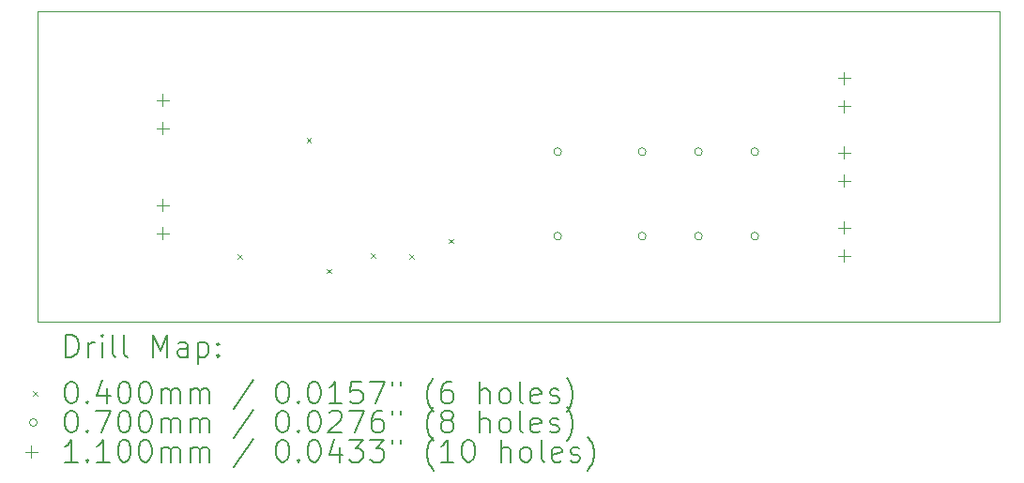
<source format=gbr>
%TF.GenerationSoftware,KiCad,Pcbnew,7.0.6-0*%
%TF.CreationDate,2023-08-27T09:50:55-04:00*%
%TF.ProjectId,edge triggered monostable,65646765-2074-4726-9967-676572656420,1.0*%
%TF.SameCoordinates,Original*%
%TF.FileFunction,Drillmap*%
%TF.FilePolarity,Positive*%
%FSLAX45Y45*%
G04 Gerber Fmt 4.5, Leading zero omitted, Abs format (unit mm)*
G04 Created by KiCad (PCBNEW 7.0.6-0) date 2023-08-27 09:50:55*
%MOMM*%
%LPD*%
G01*
G04 APERTURE LIST*
%ADD10C,0.100000*%
%ADD11C,0.200000*%
%ADD12C,0.040000*%
%ADD13C,0.070000*%
%ADD14C,0.110000*%
G04 APERTURE END LIST*
D10*
X8075000Y-11450000D02*
X8250000Y-11450000D01*
X8075000Y-8650000D02*
X8075000Y-11450000D01*
X8250000Y-8650000D02*
X8075000Y-8650000D01*
X16750000Y-8650000D02*
X16450000Y-8650000D01*
X16750000Y-11450000D02*
X16750000Y-8650000D01*
X16450000Y-11450000D02*
X16750000Y-11450000D01*
X16450000Y-11450000D02*
X8250000Y-11450000D01*
X8250000Y-8650000D02*
X16450000Y-8650000D01*
D11*
D12*
X9880000Y-10840000D02*
X9920000Y-10880000D01*
X9920000Y-10840000D02*
X9880000Y-10880000D01*
X10500000Y-9790000D02*
X10540000Y-9830000D01*
X10540000Y-9790000D02*
X10500000Y-9830000D01*
X10680000Y-10970000D02*
X10720000Y-11010000D01*
X10720000Y-10970000D02*
X10680000Y-11010000D01*
X11080000Y-10830000D02*
X11120000Y-10870000D01*
X11120000Y-10830000D02*
X11080000Y-10870000D01*
X11430000Y-10840000D02*
X11470000Y-10880000D01*
X11470000Y-10840000D02*
X11430000Y-10880000D01*
X11780000Y-10700000D02*
X11820000Y-10740000D01*
X11820000Y-10700000D02*
X11780000Y-10740000D01*
D13*
X12799250Y-9914250D02*
G75*
G03*
X12799250Y-9914250I-35000J0D01*
G01*
X12799250Y-10676250D02*
G75*
G03*
X12799250Y-10676250I-35000J0D01*
G01*
X13561250Y-9914250D02*
G75*
G03*
X13561250Y-9914250I-35000J0D01*
G01*
X13561250Y-10676250D02*
G75*
G03*
X13561250Y-10676250I-35000J0D01*
G01*
X14069250Y-9914250D02*
G75*
G03*
X14069250Y-9914250I-35000J0D01*
G01*
X14069250Y-10676250D02*
G75*
G03*
X14069250Y-10676250I-35000J0D01*
G01*
X14577250Y-9914250D02*
G75*
G03*
X14577250Y-9914250I-35000J0D01*
G01*
X14577250Y-10676250D02*
G75*
G03*
X14577250Y-10676250I-35000J0D01*
G01*
D14*
X9200000Y-9391000D02*
X9200000Y-9501000D01*
X9145000Y-9446000D02*
X9255000Y-9446000D01*
X9200000Y-9645000D02*
X9200000Y-9755000D01*
X9145000Y-9700000D02*
X9255000Y-9700000D01*
X9200000Y-10341000D02*
X9200000Y-10451000D01*
X9145000Y-10396000D02*
X9255000Y-10396000D01*
X9200000Y-10595000D02*
X9200000Y-10705000D01*
X9145000Y-10650000D02*
X9255000Y-10650000D01*
X15350000Y-9193000D02*
X15350000Y-9303000D01*
X15295000Y-9248000D02*
X15405000Y-9248000D01*
X15350000Y-9447000D02*
X15350000Y-9557000D01*
X15295000Y-9502000D02*
X15405000Y-9502000D01*
X15350000Y-9868000D02*
X15350000Y-9978000D01*
X15295000Y-9923000D02*
X15405000Y-9923000D01*
X15350000Y-10122000D02*
X15350000Y-10232000D01*
X15295000Y-10177000D02*
X15405000Y-10177000D01*
X15350000Y-10543000D02*
X15350000Y-10653000D01*
X15295000Y-10598000D02*
X15405000Y-10598000D01*
X15350000Y-10797000D02*
X15350000Y-10907000D01*
X15295000Y-10852000D02*
X15405000Y-10852000D01*
D11*
X8330777Y-11766484D02*
X8330777Y-11566484D01*
X8330777Y-11566484D02*
X8378396Y-11566484D01*
X8378396Y-11566484D02*
X8406967Y-11576008D01*
X8406967Y-11576008D02*
X8426015Y-11595055D01*
X8426015Y-11595055D02*
X8435539Y-11614103D01*
X8435539Y-11614103D02*
X8445063Y-11652198D01*
X8445063Y-11652198D02*
X8445063Y-11680769D01*
X8445063Y-11680769D02*
X8435539Y-11718865D01*
X8435539Y-11718865D02*
X8426015Y-11737912D01*
X8426015Y-11737912D02*
X8406967Y-11756960D01*
X8406967Y-11756960D02*
X8378396Y-11766484D01*
X8378396Y-11766484D02*
X8330777Y-11766484D01*
X8530777Y-11766484D02*
X8530777Y-11633150D01*
X8530777Y-11671246D02*
X8540301Y-11652198D01*
X8540301Y-11652198D02*
X8549824Y-11642674D01*
X8549824Y-11642674D02*
X8568872Y-11633150D01*
X8568872Y-11633150D02*
X8587920Y-11633150D01*
X8654586Y-11766484D02*
X8654586Y-11633150D01*
X8654586Y-11566484D02*
X8645063Y-11576008D01*
X8645063Y-11576008D02*
X8654586Y-11585531D01*
X8654586Y-11585531D02*
X8664110Y-11576008D01*
X8664110Y-11576008D02*
X8654586Y-11566484D01*
X8654586Y-11566484D02*
X8654586Y-11585531D01*
X8778396Y-11766484D02*
X8759348Y-11756960D01*
X8759348Y-11756960D02*
X8749824Y-11737912D01*
X8749824Y-11737912D02*
X8749824Y-11566484D01*
X8883158Y-11766484D02*
X8864110Y-11756960D01*
X8864110Y-11756960D02*
X8854586Y-11737912D01*
X8854586Y-11737912D02*
X8854586Y-11566484D01*
X9111729Y-11766484D02*
X9111729Y-11566484D01*
X9111729Y-11566484D02*
X9178396Y-11709341D01*
X9178396Y-11709341D02*
X9245063Y-11566484D01*
X9245063Y-11566484D02*
X9245063Y-11766484D01*
X9426015Y-11766484D02*
X9426015Y-11661722D01*
X9426015Y-11661722D02*
X9416491Y-11642674D01*
X9416491Y-11642674D02*
X9397444Y-11633150D01*
X9397444Y-11633150D02*
X9359348Y-11633150D01*
X9359348Y-11633150D02*
X9340301Y-11642674D01*
X9426015Y-11756960D02*
X9406967Y-11766484D01*
X9406967Y-11766484D02*
X9359348Y-11766484D01*
X9359348Y-11766484D02*
X9340301Y-11756960D01*
X9340301Y-11756960D02*
X9330777Y-11737912D01*
X9330777Y-11737912D02*
X9330777Y-11718865D01*
X9330777Y-11718865D02*
X9340301Y-11699817D01*
X9340301Y-11699817D02*
X9359348Y-11690293D01*
X9359348Y-11690293D02*
X9406967Y-11690293D01*
X9406967Y-11690293D02*
X9426015Y-11680769D01*
X9521253Y-11633150D02*
X9521253Y-11833150D01*
X9521253Y-11642674D02*
X9540301Y-11633150D01*
X9540301Y-11633150D02*
X9578396Y-11633150D01*
X9578396Y-11633150D02*
X9597444Y-11642674D01*
X9597444Y-11642674D02*
X9606967Y-11652198D01*
X9606967Y-11652198D02*
X9616491Y-11671246D01*
X9616491Y-11671246D02*
X9616491Y-11728388D01*
X9616491Y-11728388D02*
X9606967Y-11747436D01*
X9606967Y-11747436D02*
X9597444Y-11756960D01*
X9597444Y-11756960D02*
X9578396Y-11766484D01*
X9578396Y-11766484D02*
X9540301Y-11766484D01*
X9540301Y-11766484D02*
X9521253Y-11756960D01*
X9702205Y-11747436D02*
X9711729Y-11756960D01*
X9711729Y-11756960D02*
X9702205Y-11766484D01*
X9702205Y-11766484D02*
X9692682Y-11756960D01*
X9692682Y-11756960D02*
X9702205Y-11747436D01*
X9702205Y-11747436D02*
X9702205Y-11766484D01*
X9702205Y-11642674D02*
X9711729Y-11652198D01*
X9711729Y-11652198D02*
X9702205Y-11661722D01*
X9702205Y-11661722D02*
X9692682Y-11652198D01*
X9692682Y-11652198D02*
X9702205Y-11642674D01*
X9702205Y-11642674D02*
X9702205Y-11661722D01*
D12*
X8030000Y-12075000D02*
X8070000Y-12115000D01*
X8070000Y-12075000D02*
X8030000Y-12115000D01*
D11*
X8368872Y-11986484D02*
X8387920Y-11986484D01*
X8387920Y-11986484D02*
X8406967Y-11996008D01*
X8406967Y-11996008D02*
X8416491Y-12005531D01*
X8416491Y-12005531D02*
X8426015Y-12024579D01*
X8426015Y-12024579D02*
X8435539Y-12062674D01*
X8435539Y-12062674D02*
X8435539Y-12110293D01*
X8435539Y-12110293D02*
X8426015Y-12148388D01*
X8426015Y-12148388D02*
X8416491Y-12167436D01*
X8416491Y-12167436D02*
X8406967Y-12176960D01*
X8406967Y-12176960D02*
X8387920Y-12186484D01*
X8387920Y-12186484D02*
X8368872Y-12186484D01*
X8368872Y-12186484D02*
X8349824Y-12176960D01*
X8349824Y-12176960D02*
X8340301Y-12167436D01*
X8340301Y-12167436D02*
X8330777Y-12148388D01*
X8330777Y-12148388D02*
X8321253Y-12110293D01*
X8321253Y-12110293D02*
X8321253Y-12062674D01*
X8321253Y-12062674D02*
X8330777Y-12024579D01*
X8330777Y-12024579D02*
X8340301Y-12005531D01*
X8340301Y-12005531D02*
X8349824Y-11996008D01*
X8349824Y-11996008D02*
X8368872Y-11986484D01*
X8521253Y-12167436D02*
X8530777Y-12176960D01*
X8530777Y-12176960D02*
X8521253Y-12186484D01*
X8521253Y-12186484D02*
X8511729Y-12176960D01*
X8511729Y-12176960D02*
X8521253Y-12167436D01*
X8521253Y-12167436D02*
X8521253Y-12186484D01*
X8702205Y-12053150D02*
X8702205Y-12186484D01*
X8654586Y-11976960D02*
X8606967Y-12119817D01*
X8606967Y-12119817D02*
X8730777Y-12119817D01*
X8845063Y-11986484D02*
X8864110Y-11986484D01*
X8864110Y-11986484D02*
X8883158Y-11996008D01*
X8883158Y-11996008D02*
X8892682Y-12005531D01*
X8892682Y-12005531D02*
X8902205Y-12024579D01*
X8902205Y-12024579D02*
X8911729Y-12062674D01*
X8911729Y-12062674D02*
X8911729Y-12110293D01*
X8911729Y-12110293D02*
X8902205Y-12148388D01*
X8902205Y-12148388D02*
X8892682Y-12167436D01*
X8892682Y-12167436D02*
X8883158Y-12176960D01*
X8883158Y-12176960D02*
X8864110Y-12186484D01*
X8864110Y-12186484D02*
X8845063Y-12186484D01*
X8845063Y-12186484D02*
X8826015Y-12176960D01*
X8826015Y-12176960D02*
X8816491Y-12167436D01*
X8816491Y-12167436D02*
X8806967Y-12148388D01*
X8806967Y-12148388D02*
X8797444Y-12110293D01*
X8797444Y-12110293D02*
X8797444Y-12062674D01*
X8797444Y-12062674D02*
X8806967Y-12024579D01*
X8806967Y-12024579D02*
X8816491Y-12005531D01*
X8816491Y-12005531D02*
X8826015Y-11996008D01*
X8826015Y-11996008D02*
X8845063Y-11986484D01*
X9035539Y-11986484D02*
X9054586Y-11986484D01*
X9054586Y-11986484D02*
X9073634Y-11996008D01*
X9073634Y-11996008D02*
X9083158Y-12005531D01*
X9083158Y-12005531D02*
X9092682Y-12024579D01*
X9092682Y-12024579D02*
X9102205Y-12062674D01*
X9102205Y-12062674D02*
X9102205Y-12110293D01*
X9102205Y-12110293D02*
X9092682Y-12148388D01*
X9092682Y-12148388D02*
X9083158Y-12167436D01*
X9083158Y-12167436D02*
X9073634Y-12176960D01*
X9073634Y-12176960D02*
X9054586Y-12186484D01*
X9054586Y-12186484D02*
X9035539Y-12186484D01*
X9035539Y-12186484D02*
X9016491Y-12176960D01*
X9016491Y-12176960D02*
X9006967Y-12167436D01*
X9006967Y-12167436D02*
X8997444Y-12148388D01*
X8997444Y-12148388D02*
X8987920Y-12110293D01*
X8987920Y-12110293D02*
X8987920Y-12062674D01*
X8987920Y-12062674D02*
X8997444Y-12024579D01*
X8997444Y-12024579D02*
X9006967Y-12005531D01*
X9006967Y-12005531D02*
X9016491Y-11996008D01*
X9016491Y-11996008D02*
X9035539Y-11986484D01*
X9187920Y-12186484D02*
X9187920Y-12053150D01*
X9187920Y-12072198D02*
X9197444Y-12062674D01*
X9197444Y-12062674D02*
X9216491Y-12053150D01*
X9216491Y-12053150D02*
X9245063Y-12053150D01*
X9245063Y-12053150D02*
X9264110Y-12062674D01*
X9264110Y-12062674D02*
X9273634Y-12081722D01*
X9273634Y-12081722D02*
X9273634Y-12186484D01*
X9273634Y-12081722D02*
X9283158Y-12062674D01*
X9283158Y-12062674D02*
X9302205Y-12053150D01*
X9302205Y-12053150D02*
X9330777Y-12053150D01*
X9330777Y-12053150D02*
X9349825Y-12062674D01*
X9349825Y-12062674D02*
X9359348Y-12081722D01*
X9359348Y-12081722D02*
X9359348Y-12186484D01*
X9454586Y-12186484D02*
X9454586Y-12053150D01*
X9454586Y-12072198D02*
X9464110Y-12062674D01*
X9464110Y-12062674D02*
X9483158Y-12053150D01*
X9483158Y-12053150D02*
X9511729Y-12053150D01*
X9511729Y-12053150D02*
X9530777Y-12062674D01*
X9530777Y-12062674D02*
X9540301Y-12081722D01*
X9540301Y-12081722D02*
X9540301Y-12186484D01*
X9540301Y-12081722D02*
X9549825Y-12062674D01*
X9549825Y-12062674D02*
X9568872Y-12053150D01*
X9568872Y-12053150D02*
X9597444Y-12053150D01*
X9597444Y-12053150D02*
X9616491Y-12062674D01*
X9616491Y-12062674D02*
X9626015Y-12081722D01*
X9626015Y-12081722D02*
X9626015Y-12186484D01*
X10016491Y-11976960D02*
X9845063Y-12234103D01*
X10273634Y-11986484D02*
X10292682Y-11986484D01*
X10292682Y-11986484D02*
X10311729Y-11996008D01*
X10311729Y-11996008D02*
X10321253Y-12005531D01*
X10321253Y-12005531D02*
X10330777Y-12024579D01*
X10330777Y-12024579D02*
X10340301Y-12062674D01*
X10340301Y-12062674D02*
X10340301Y-12110293D01*
X10340301Y-12110293D02*
X10330777Y-12148388D01*
X10330777Y-12148388D02*
X10321253Y-12167436D01*
X10321253Y-12167436D02*
X10311729Y-12176960D01*
X10311729Y-12176960D02*
X10292682Y-12186484D01*
X10292682Y-12186484D02*
X10273634Y-12186484D01*
X10273634Y-12186484D02*
X10254587Y-12176960D01*
X10254587Y-12176960D02*
X10245063Y-12167436D01*
X10245063Y-12167436D02*
X10235539Y-12148388D01*
X10235539Y-12148388D02*
X10226015Y-12110293D01*
X10226015Y-12110293D02*
X10226015Y-12062674D01*
X10226015Y-12062674D02*
X10235539Y-12024579D01*
X10235539Y-12024579D02*
X10245063Y-12005531D01*
X10245063Y-12005531D02*
X10254587Y-11996008D01*
X10254587Y-11996008D02*
X10273634Y-11986484D01*
X10426015Y-12167436D02*
X10435539Y-12176960D01*
X10435539Y-12176960D02*
X10426015Y-12186484D01*
X10426015Y-12186484D02*
X10416491Y-12176960D01*
X10416491Y-12176960D02*
X10426015Y-12167436D01*
X10426015Y-12167436D02*
X10426015Y-12186484D01*
X10559348Y-11986484D02*
X10578396Y-11986484D01*
X10578396Y-11986484D02*
X10597444Y-11996008D01*
X10597444Y-11996008D02*
X10606968Y-12005531D01*
X10606968Y-12005531D02*
X10616491Y-12024579D01*
X10616491Y-12024579D02*
X10626015Y-12062674D01*
X10626015Y-12062674D02*
X10626015Y-12110293D01*
X10626015Y-12110293D02*
X10616491Y-12148388D01*
X10616491Y-12148388D02*
X10606968Y-12167436D01*
X10606968Y-12167436D02*
X10597444Y-12176960D01*
X10597444Y-12176960D02*
X10578396Y-12186484D01*
X10578396Y-12186484D02*
X10559348Y-12186484D01*
X10559348Y-12186484D02*
X10540301Y-12176960D01*
X10540301Y-12176960D02*
X10530777Y-12167436D01*
X10530777Y-12167436D02*
X10521253Y-12148388D01*
X10521253Y-12148388D02*
X10511729Y-12110293D01*
X10511729Y-12110293D02*
X10511729Y-12062674D01*
X10511729Y-12062674D02*
X10521253Y-12024579D01*
X10521253Y-12024579D02*
X10530777Y-12005531D01*
X10530777Y-12005531D02*
X10540301Y-11996008D01*
X10540301Y-11996008D02*
X10559348Y-11986484D01*
X10816491Y-12186484D02*
X10702206Y-12186484D01*
X10759348Y-12186484D02*
X10759348Y-11986484D01*
X10759348Y-11986484D02*
X10740301Y-12015055D01*
X10740301Y-12015055D02*
X10721253Y-12034103D01*
X10721253Y-12034103D02*
X10702206Y-12043627D01*
X10997444Y-11986484D02*
X10902206Y-11986484D01*
X10902206Y-11986484D02*
X10892682Y-12081722D01*
X10892682Y-12081722D02*
X10902206Y-12072198D01*
X10902206Y-12072198D02*
X10921253Y-12062674D01*
X10921253Y-12062674D02*
X10968872Y-12062674D01*
X10968872Y-12062674D02*
X10987920Y-12072198D01*
X10987920Y-12072198D02*
X10997444Y-12081722D01*
X10997444Y-12081722D02*
X11006968Y-12100769D01*
X11006968Y-12100769D02*
X11006968Y-12148388D01*
X11006968Y-12148388D02*
X10997444Y-12167436D01*
X10997444Y-12167436D02*
X10987920Y-12176960D01*
X10987920Y-12176960D02*
X10968872Y-12186484D01*
X10968872Y-12186484D02*
X10921253Y-12186484D01*
X10921253Y-12186484D02*
X10902206Y-12176960D01*
X10902206Y-12176960D02*
X10892682Y-12167436D01*
X11073634Y-11986484D02*
X11206967Y-11986484D01*
X11206967Y-11986484D02*
X11121253Y-12186484D01*
X11273634Y-11986484D02*
X11273634Y-12024579D01*
X11349825Y-11986484D02*
X11349825Y-12024579D01*
X11645063Y-12262674D02*
X11635539Y-12253150D01*
X11635539Y-12253150D02*
X11616491Y-12224579D01*
X11616491Y-12224579D02*
X11606968Y-12205531D01*
X11606968Y-12205531D02*
X11597444Y-12176960D01*
X11597444Y-12176960D02*
X11587920Y-12129341D01*
X11587920Y-12129341D02*
X11587920Y-12091246D01*
X11587920Y-12091246D02*
X11597444Y-12043627D01*
X11597444Y-12043627D02*
X11606968Y-12015055D01*
X11606968Y-12015055D02*
X11616491Y-11996008D01*
X11616491Y-11996008D02*
X11635539Y-11967436D01*
X11635539Y-11967436D02*
X11645063Y-11957912D01*
X11806968Y-11986484D02*
X11768872Y-11986484D01*
X11768872Y-11986484D02*
X11749825Y-11996008D01*
X11749825Y-11996008D02*
X11740301Y-12005531D01*
X11740301Y-12005531D02*
X11721253Y-12034103D01*
X11721253Y-12034103D02*
X11711729Y-12072198D01*
X11711729Y-12072198D02*
X11711729Y-12148388D01*
X11711729Y-12148388D02*
X11721253Y-12167436D01*
X11721253Y-12167436D02*
X11730777Y-12176960D01*
X11730777Y-12176960D02*
X11749825Y-12186484D01*
X11749825Y-12186484D02*
X11787920Y-12186484D01*
X11787920Y-12186484D02*
X11806968Y-12176960D01*
X11806968Y-12176960D02*
X11816491Y-12167436D01*
X11816491Y-12167436D02*
X11826015Y-12148388D01*
X11826015Y-12148388D02*
X11826015Y-12100769D01*
X11826015Y-12100769D02*
X11816491Y-12081722D01*
X11816491Y-12081722D02*
X11806968Y-12072198D01*
X11806968Y-12072198D02*
X11787920Y-12062674D01*
X11787920Y-12062674D02*
X11749825Y-12062674D01*
X11749825Y-12062674D02*
X11730777Y-12072198D01*
X11730777Y-12072198D02*
X11721253Y-12081722D01*
X11721253Y-12081722D02*
X11711729Y-12100769D01*
X12064110Y-12186484D02*
X12064110Y-11986484D01*
X12149825Y-12186484D02*
X12149825Y-12081722D01*
X12149825Y-12081722D02*
X12140301Y-12062674D01*
X12140301Y-12062674D02*
X12121253Y-12053150D01*
X12121253Y-12053150D02*
X12092682Y-12053150D01*
X12092682Y-12053150D02*
X12073634Y-12062674D01*
X12073634Y-12062674D02*
X12064110Y-12072198D01*
X12273634Y-12186484D02*
X12254587Y-12176960D01*
X12254587Y-12176960D02*
X12245063Y-12167436D01*
X12245063Y-12167436D02*
X12235539Y-12148388D01*
X12235539Y-12148388D02*
X12235539Y-12091246D01*
X12235539Y-12091246D02*
X12245063Y-12072198D01*
X12245063Y-12072198D02*
X12254587Y-12062674D01*
X12254587Y-12062674D02*
X12273634Y-12053150D01*
X12273634Y-12053150D02*
X12302206Y-12053150D01*
X12302206Y-12053150D02*
X12321253Y-12062674D01*
X12321253Y-12062674D02*
X12330777Y-12072198D01*
X12330777Y-12072198D02*
X12340301Y-12091246D01*
X12340301Y-12091246D02*
X12340301Y-12148388D01*
X12340301Y-12148388D02*
X12330777Y-12167436D01*
X12330777Y-12167436D02*
X12321253Y-12176960D01*
X12321253Y-12176960D02*
X12302206Y-12186484D01*
X12302206Y-12186484D02*
X12273634Y-12186484D01*
X12454587Y-12186484D02*
X12435539Y-12176960D01*
X12435539Y-12176960D02*
X12426015Y-12157912D01*
X12426015Y-12157912D02*
X12426015Y-11986484D01*
X12606968Y-12176960D02*
X12587920Y-12186484D01*
X12587920Y-12186484D02*
X12549825Y-12186484D01*
X12549825Y-12186484D02*
X12530777Y-12176960D01*
X12530777Y-12176960D02*
X12521253Y-12157912D01*
X12521253Y-12157912D02*
X12521253Y-12081722D01*
X12521253Y-12081722D02*
X12530777Y-12062674D01*
X12530777Y-12062674D02*
X12549825Y-12053150D01*
X12549825Y-12053150D02*
X12587920Y-12053150D01*
X12587920Y-12053150D02*
X12606968Y-12062674D01*
X12606968Y-12062674D02*
X12616491Y-12081722D01*
X12616491Y-12081722D02*
X12616491Y-12100769D01*
X12616491Y-12100769D02*
X12521253Y-12119817D01*
X12692682Y-12176960D02*
X12711730Y-12186484D01*
X12711730Y-12186484D02*
X12749825Y-12186484D01*
X12749825Y-12186484D02*
X12768872Y-12176960D01*
X12768872Y-12176960D02*
X12778396Y-12157912D01*
X12778396Y-12157912D02*
X12778396Y-12148388D01*
X12778396Y-12148388D02*
X12768872Y-12129341D01*
X12768872Y-12129341D02*
X12749825Y-12119817D01*
X12749825Y-12119817D02*
X12721253Y-12119817D01*
X12721253Y-12119817D02*
X12702206Y-12110293D01*
X12702206Y-12110293D02*
X12692682Y-12091246D01*
X12692682Y-12091246D02*
X12692682Y-12081722D01*
X12692682Y-12081722D02*
X12702206Y-12062674D01*
X12702206Y-12062674D02*
X12721253Y-12053150D01*
X12721253Y-12053150D02*
X12749825Y-12053150D01*
X12749825Y-12053150D02*
X12768872Y-12062674D01*
X12845063Y-12262674D02*
X12854587Y-12253150D01*
X12854587Y-12253150D02*
X12873634Y-12224579D01*
X12873634Y-12224579D02*
X12883158Y-12205531D01*
X12883158Y-12205531D02*
X12892682Y-12176960D01*
X12892682Y-12176960D02*
X12902206Y-12129341D01*
X12902206Y-12129341D02*
X12902206Y-12091246D01*
X12902206Y-12091246D02*
X12892682Y-12043627D01*
X12892682Y-12043627D02*
X12883158Y-12015055D01*
X12883158Y-12015055D02*
X12873634Y-11996008D01*
X12873634Y-11996008D02*
X12854587Y-11967436D01*
X12854587Y-11967436D02*
X12845063Y-11957912D01*
D13*
X8070000Y-12359000D02*
G75*
G03*
X8070000Y-12359000I-35000J0D01*
G01*
D11*
X8368872Y-12250484D02*
X8387920Y-12250484D01*
X8387920Y-12250484D02*
X8406967Y-12260008D01*
X8406967Y-12260008D02*
X8416491Y-12269531D01*
X8416491Y-12269531D02*
X8426015Y-12288579D01*
X8426015Y-12288579D02*
X8435539Y-12326674D01*
X8435539Y-12326674D02*
X8435539Y-12374293D01*
X8435539Y-12374293D02*
X8426015Y-12412388D01*
X8426015Y-12412388D02*
X8416491Y-12431436D01*
X8416491Y-12431436D02*
X8406967Y-12440960D01*
X8406967Y-12440960D02*
X8387920Y-12450484D01*
X8387920Y-12450484D02*
X8368872Y-12450484D01*
X8368872Y-12450484D02*
X8349824Y-12440960D01*
X8349824Y-12440960D02*
X8340301Y-12431436D01*
X8340301Y-12431436D02*
X8330777Y-12412388D01*
X8330777Y-12412388D02*
X8321253Y-12374293D01*
X8321253Y-12374293D02*
X8321253Y-12326674D01*
X8321253Y-12326674D02*
X8330777Y-12288579D01*
X8330777Y-12288579D02*
X8340301Y-12269531D01*
X8340301Y-12269531D02*
X8349824Y-12260008D01*
X8349824Y-12260008D02*
X8368872Y-12250484D01*
X8521253Y-12431436D02*
X8530777Y-12440960D01*
X8530777Y-12440960D02*
X8521253Y-12450484D01*
X8521253Y-12450484D02*
X8511729Y-12440960D01*
X8511729Y-12440960D02*
X8521253Y-12431436D01*
X8521253Y-12431436D02*
X8521253Y-12450484D01*
X8597444Y-12250484D02*
X8730777Y-12250484D01*
X8730777Y-12250484D02*
X8645063Y-12450484D01*
X8845063Y-12250484D02*
X8864110Y-12250484D01*
X8864110Y-12250484D02*
X8883158Y-12260008D01*
X8883158Y-12260008D02*
X8892682Y-12269531D01*
X8892682Y-12269531D02*
X8902205Y-12288579D01*
X8902205Y-12288579D02*
X8911729Y-12326674D01*
X8911729Y-12326674D02*
X8911729Y-12374293D01*
X8911729Y-12374293D02*
X8902205Y-12412388D01*
X8902205Y-12412388D02*
X8892682Y-12431436D01*
X8892682Y-12431436D02*
X8883158Y-12440960D01*
X8883158Y-12440960D02*
X8864110Y-12450484D01*
X8864110Y-12450484D02*
X8845063Y-12450484D01*
X8845063Y-12450484D02*
X8826015Y-12440960D01*
X8826015Y-12440960D02*
X8816491Y-12431436D01*
X8816491Y-12431436D02*
X8806967Y-12412388D01*
X8806967Y-12412388D02*
X8797444Y-12374293D01*
X8797444Y-12374293D02*
X8797444Y-12326674D01*
X8797444Y-12326674D02*
X8806967Y-12288579D01*
X8806967Y-12288579D02*
X8816491Y-12269531D01*
X8816491Y-12269531D02*
X8826015Y-12260008D01*
X8826015Y-12260008D02*
X8845063Y-12250484D01*
X9035539Y-12250484D02*
X9054586Y-12250484D01*
X9054586Y-12250484D02*
X9073634Y-12260008D01*
X9073634Y-12260008D02*
X9083158Y-12269531D01*
X9083158Y-12269531D02*
X9092682Y-12288579D01*
X9092682Y-12288579D02*
X9102205Y-12326674D01*
X9102205Y-12326674D02*
X9102205Y-12374293D01*
X9102205Y-12374293D02*
X9092682Y-12412388D01*
X9092682Y-12412388D02*
X9083158Y-12431436D01*
X9083158Y-12431436D02*
X9073634Y-12440960D01*
X9073634Y-12440960D02*
X9054586Y-12450484D01*
X9054586Y-12450484D02*
X9035539Y-12450484D01*
X9035539Y-12450484D02*
X9016491Y-12440960D01*
X9016491Y-12440960D02*
X9006967Y-12431436D01*
X9006967Y-12431436D02*
X8997444Y-12412388D01*
X8997444Y-12412388D02*
X8987920Y-12374293D01*
X8987920Y-12374293D02*
X8987920Y-12326674D01*
X8987920Y-12326674D02*
X8997444Y-12288579D01*
X8997444Y-12288579D02*
X9006967Y-12269531D01*
X9006967Y-12269531D02*
X9016491Y-12260008D01*
X9016491Y-12260008D02*
X9035539Y-12250484D01*
X9187920Y-12450484D02*
X9187920Y-12317150D01*
X9187920Y-12336198D02*
X9197444Y-12326674D01*
X9197444Y-12326674D02*
X9216491Y-12317150D01*
X9216491Y-12317150D02*
X9245063Y-12317150D01*
X9245063Y-12317150D02*
X9264110Y-12326674D01*
X9264110Y-12326674D02*
X9273634Y-12345722D01*
X9273634Y-12345722D02*
X9273634Y-12450484D01*
X9273634Y-12345722D02*
X9283158Y-12326674D01*
X9283158Y-12326674D02*
X9302205Y-12317150D01*
X9302205Y-12317150D02*
X9330777Y-12317150D01*
X9330777Y-12317150D02*
X9349825Y-12326674D01*
X9349825Y-12326674D02*
X9359348Y-12345722D01*
X9359348Y-12345722D02*
X9359348Y-12450484D01*
X9454586Y-12450484D02*
X9454586Y-12317150D01*
X9454586Y-12336198D02*
X9464110Y-12326674D01*
X9464110Y-12326674D02*
X9483158Y-12317150D01*
X9483158Y-12317150D02*
X9511729Y-12317150D01*
X9511729Y-12317150D02*
X9530777Y-12326674D01*
X9530777Y-12326674D02*
X9540301Y-12345722D01*
X9540301Y-12345722D02*
X9540301Y-12450484D01*
X9540301Y-12345722D02*
X9549825Y-12326674D01*
X9549825Y-12326674D02*
X9568872Y-12317150D01*
X9568872Y-12317150D02*
X9597444Y-12317150D01*
X9597444Y-12317150D02*
X9616491Y-12326674D01*
X9616491Y-12326674D02*
X9626015Y-12345722D01*
X9626015Y-12345722D02*
X9626015Y-12450484D01*
X10016491Y-12240960D02*
X9845063Y-12498103D01*
X10273634Y-12250484D02*
X10292682Y-12250484D01*
X10292682Y-12250484D02*
X10311729Y-12260008D01*
X10311729Y-12260008D02*
X10321253Y-12269531D01*
X10321253Y-12269531D02*
X10330777Y-12288579D01*
X10330777Y-12288579D02*
X10340301Y-12326674D01*
X10340301Y-12326674D02*
X10340301Y-12374293D01*
X10340301Y-12374293D02*
X10330777Y-12412388D01*
X10330777Y-12412388D02*
X10321253Y-12431436D01*
X10321253Y-12431436D02*
X10311729Y-12440960D01*
X10311729Y-12440960D02*
X10292682Y-12450484D01*
X10292682Y-12450484D02*
X10273634Y-12450484D01*
X10273634Y-12450484D02*
X10254587Y-12440960D01*
X10254587Y-12440960D02*
X10245063Y-12431436D01*
X10245063Y-12431436D02*
X10235539Y-12412388D01*
X10235539Y-12412388D02*
X10226015Y-12374293D01*
X10226015Y-12374293D02*
X10226015Y-12326674D01*
X10226015Y-12326674D02*
X10235539Y-12288579D01*
X10235539Y-12288579D02*
X10245063Y-12269531D01*
X10245063Y-12269531D02*
X10254587Y-12260008D01*
X10254587Y-12260008D02*
X10273634Y-12250484D01*
X10426015Y-12431436D02*
X10435539Y-12440960D01*
X10435539Y-12440960D02*
X10426015Y-12450484D01*
X10426015Y-12450484D02*
X10416491Y-12440960D01*
X10416491Y-12440960D02*
X10426015Y-12431436D01*
X10426015Y-12431436D02*
X10426015Y-12450484D01*
X10559348Y-12250484D02*
X10578396Y-12250484D01*
X10578396Y-12250484D02*
X10597444Y-12260008D01*
X10597444Y-12260008D02*
X10606968Y-12269531D01*
X10606968Y-12269531D02*
X10616491Y-12288579D01*
X10616491Y-12288579D02*
X10626015Y-12326674D01*
X10626015Y-12326674D02*
X10626015Y-12374293D01*
X10626015Y-12374293D02*
X10616491Y-12412388D01*
X10616491Y-12412388D02*
X10606968Y-12431436D01*
X10606968Y-12431436D02*
X10597444Y-12440960D01*
X10597444Y-12440960D02*
X10578396Y-12450484D01*
X10578396Y-12450484D02*
X10559348Y-12450484D01*
X10559348Y-12450484D02*
X10540301Y-12440960D01*
X10540301Y-12440960D02*
X10530777Y-12431436D01*
X10530777Y-12431436D02*
X10521253Y-12412388D01*
X10521253Y-12412388D02*
X10511729Y-12374293D01*
X10511729Y-12374293D02*
X10511729Y-12326674D01*
X10511729Y-12326674D02*
X10521253Y-12288579D01*
X10521253Y-12288579D02*
X10530777Y-12269531D01*
X10530777Y-12269531D02*
X10540301Y-12260008D01*
X10540301Y-12260008D02*
X10559348Y-12250484D01*
X10702206Y-12269531D02*
X10711729Y-12260008D01*
X10711729Y-12260008D02*
X10730777Y-12250484D01*
X10730777Y-12250484D02*
X10778396Y-12250484D01*
X10778396Y-12250484D02*
X10797444Y-12260008D01*
X10797444Y-12260008D02*
X10806968Y-12269531D01*
X10806968Y-12269531D02*
X10816491Y-12288579D01*
X10816491Y-12288579D02*
X10816491Y-12307627D01*
X10816491Y-12307627D02*
X10806968Y-12336198D01*
X10806968Y-12336198D02*
X10692682Y-12450484D01*
X10692682Y-12450484D02*
X10816491Y-12450484D01*
X10883158Y-12250484D02*
X11016491Y-12250484D01*
X11016491Y-12250484D02*
X10930777Y-12450484D01*
X11178396Y-12250484D02*
X11140301Y-12250484D01*
X11140301Y-12250484D02*
X11121253Y-12260008D01*
X11121253Y-12260008D02*
X11111729Y-12269531D01*
X11111729Y-12269531D02*
X11092682Y-12298103D01*
X11092682Y-12298103D02*
X11083158Y-12336198D01*
X11083158Y-12336198D02*
X11083158Y-12412388D01*
X11083158Y-12412388D02*
X11092682Y-12431436D01*
X11092682Y-12431436D02*
X11102206Y-12440960D01*
X11102206Y-12440960D02*
X11121253Y-12450484D01*
X11121253Y-12450484D02*
X11159349Y-12450484D01*
X11159349Y-12450484D02*
X11178396Y-12440960D01*
X11178396Y-12440960D02*
X11187920Y-12431436D01*
X11187920Y-12431436D02*
X11197444Y-12412388D01*
X11197444Y-12412388D02*
X11197444Y-12364769D01*
X11197444Y-12364769D02*
X11187920Y-12345722D01*
X11187920Y-12345722D02*
X11178396Y-12336198D01*
X11178396Y-12336198D02*
X11159349Y-12326674D01*
X11159349Y-12326674D02*
X11121253Y-12326674D01*
X11121253Y-12326674D02*
X11102206Y-12336198D01*
X11102206Y-12336198D02*
X11092682Y-12345722D01*
X11092682Y-12345722D02*
X11083158Y-12364769D01*
X11273634Y-12250484D02*
X11273634Y-12288579D01*
X11349825Y-12250484D02*
X11349825Y-12288579D01*
X11645063Y-12526674D02*
X11635539Y-12517150D01*
X11635539Y-12517150D02*
X11616491Y-12488579D01*
X11616491Y-12488579D02*
X11606968Y-12469531D01*
X11606968Y-12469531D02*
X11597444Y-12440960D01*
X11597444Y-12440960D02*
X11587920Y-12393341D01*
X11587920Y-12393341D02*
X11587920Y-12355246D01*
X11587920Y-12355246D02*
X11597444Y-12307627D01*
X11597444Y-12307627D02*
X11606968Y-12279055D01*
X11606968Y-12279055D02*
X11616491Y-12260008D01*
X11616491Y-12260008D02*
X11635539Y-12231436D01*
X11635539Y-12231436D02*
X11645063Y-12221912D01*
X11749825Y-12336198D02*
X11730777Y-12326674D01*
X11730777Y-12326674D02*
X11721253Y-12317150D01*
X11721253Y-12317150D02*
X11711729Y-12298103D01*
X11711729Y-12298103D02*
X11711729Y-12288579D01*
X11711729Y-12288579D02*
X11721253Y-12269531D01*
X11721253Y-12269531D02*
X11730777Y-12260008D01*
X11730777Y-12260008D02*
X11749825Y-12250484D01*
X11749825Y-12250484D02*
X11787920Y-12250484D01*
X11787920Y-12250484D02*
X11806968Y-12260008D01*
X11806968Y-12260008D02*
X11816491Y-12269531D01*
X11816491Y-12269531D02*
X11826015Y-12288579D01*
X11826015Y-12288579D02*
X11826015Y-12298103D01*
X11826015Y-12298103D02*
X11816491Y-12317150D01*
X11816491Y-12317150D02*
X11806968Y-12326674D01*
X11806968Y-12326674D02*
X11787920Y-12336198D01*
X11787920Y-12336198D02*
X11749825Y-12336198D01*
X11749825Y-12336198D02*
X11730777Y-12345722D01*
X11730777Y-12345722D02*
X11721253Y-12355246D01*
X11721253Y-12355246D02*
X11711729Y-12374293D01*
X11711729Y-12374293D02*
X11711729Y-12412388D01*
X11711729Y-12412388D02*
X11721253Y-12431436D01*
X11721253Y-12431436D02*
X11730777Y-12440960D01*
X11730777Y-12440960D02*
X11749825Y-12450484D01*
X11749825Y-12450484D02*
X11787920Y-12450484D01*
X11787920Y-12450484D02*
X11806968Y-12440960D01*
X11806968Y-12440960D02*
X11816491Y-12431436D01*
X11816491Y-12431436D02*
X11826015Y-12412388D01*
X11826015Y-12412388D02*
X11826015Y-12374293D01*
X11826015Y-12374293D02*
X11816491Y-12355246D01*
X11816491Y-12355246D02*
X11806968Y-12345722D01*
X11806968Y-12345722D02*
X11787920Y-12336198D01*
X12064110Y-12450484D02*
X12064110Y-12250484D01*
X12149825Y-12450484D02*
X12149825Y-12345722D01*
X12149825Y-12345722D02*
X12140301Y-12326674D01*
X12140301Y-12326674D02*
X12121253Y-12317150D01*
X12121253Y-12317150D02*
X12092682Y-12317150D01*
X12092682Y-12317150D02*
X12073634Y-12326674D01*
X12073634Y-12326674D02*
X12064110Y-12336198D01*
X12273634Y-12450484D02*
X12254587Y-12440960D01*
X12254587Y-12440960D02*
X12245063Y-12431436D01*
X12245063Y-12431436D02*
X12235539Y-12412388D01*
X12235539Y-12412388D02*
X12235539Y-12355246D01*
X12235539Y-12355246D02*
X12245063Y-12336198D01*
X12245063Y-12336198D02*
X12254587Y-12326674D01*
X12254587Y-12326674D02*
X12273634Y-12317150D01*
X12273634Y-12317150D02*
X12302206Y-12317150D01*
X12302206Y-12317150D02*
X12321253Y-12326674D01*
X12321253Y-12326674D02*
X12330777Y-12336198D01*
X12330777Y-12336198D02*
X12340301Y-12355246D01*
X12340301Y-12355246D02*
X12340301Y-12412388D01*
X12340301Y-12412388D02*
X12330777Y-12431436D01*
X12330777Y-12431436D02*
X12321253Y-12440960D01*
X12321253Y-12440960D02*
X12302206Y-12450484D01*
X12302206Y-12450484D02*
X12273634Y-12450484D01*
X12454587Y-12450484D02*
X12435539Y-12440960D01*
X12435539Y-12440960D02*
X12426015Y-12421912D01*
X12426015Y-12421912D02*
X12426015Y-12250484D01*
X12606968Y-12440960D02*
X12587920Y-12450484D01*
X12587920Y-12450484D02*
X12549825Y-12450484D01*
X12549825Y-12450484D02*
X12530777Y-12440960D01*
X12530777Y-12440960D02*
X12521253Y-12421912D01*
X12521253Y-12421912D02*
X12521253Y-12345722D01*
X12521253Y-12345722D02*
X12530777Y-12326674D01*
X12530777Y-12326674D02*
X12549825Y-12317150D01*
X12549825Y-12317150D02*
X12587920Y-12317150D01*
X12587920Y-12317150D02*
X12606968Y-12326674D01*
X12606968Y-12326674D02*
X12616491Y-12345722D01*
X12616491Y-12345722D02*
X12616491Y-12364769D01*
X12616491Y-12364769D02*
X12521253Y-12383817D01*
X12692682Y-12440960D02*
X12711730Y-12450484D01*
X12711730Y-12450484D02*
X12749825Y-12450484D01*
X12749825Y-12450484D02*
X12768872Y-12440960D01*
X12768872Y-12440960D02*
X12778396Y-12421912D01*
X12778396Y-12421912D02*
X12778396Y-12412388D01*
X12778396Y-12412388D02*
X12768872Y-12393341D01*
X12768872Y-12393341D02*
X12749825Y-12383817D01*
X12749825Y-12383817D02*
X12721253Y-12383817D01*
X12721253Y-12383817D02*
X12702206Y-12374293D01*
X12702206Y-12374293D02*
X12692682Y-12355246D01*
X12692682Y-12355246D02*
X12692682Y-12345722D01*
X12692682Y-12345722D02*
X12702206Y-12326674D01*
X12702206Y-12326674D02*
X12721253Y-12317150D01*
X12721253Y-12317150D02*
X12749825Y-12317150D01*
X12749825Y-12317150D02*
X12768872Y-12326674D01*
X12845063Y-12526674D02*
X12854587Y-12517150D01*
X12854587Y-12517150D02*
X12873634Y-12488579D01*
X12873634Y-12488579D02*
X12883158Y-12469531D01*
X12883158Y-12469531D02*
X12892682Y-12440960D01*
X12892682Y-12440960D02*
X12902206Y-12393341D01*
X12902206Y-12393341D02*
X12902206Y-12355246D01*
X12902206Y-12355246D02*
X12892682Y-12307627D01*
X12892682Y-12307627D02*
X12883158Y-12279055D01*
X12883158Y-12279055D02*
X12873634Y-12260008D01*
X12873634Y-12260008D02*
X12854587Y-12231436D01*
X12854587Y-12231436D02*
X12845063Y-12221912D01*
D14*
X8015000Y-12568000D02*
X8015000Y-12678000D01*
X7960000Y-12623000D02*
X8070000Y-12623000D01*
D11*
X8435539Y-12714484D02*
X8321253Y-12714484D01*
X8378396Y-12714484D02*
X8378396Y-12514484D01*
X8378396Y-12514484D02*
X8359348Y-12543055D01*
X8359348Y-12543055D02*
X8340301Y-12562103D01*
X8340301Y-12562103D02*
X8321253Y-12571627D01*
X8521253Y-12695436D02*
X8530777Y-12704960D01*
X8530777Y-12704960D02*
X8521253Y-12714484D01*
X8521253Y-12714484D02*
X8511729Y-12704960D01*
X8511729Y-12704960D02*
X8521253Y-12695436D01*
X8521253Y-12695436D02*
X8521253Y-12714484D01*
X8721253Y-12714484D02*
X8606967Y-12714484D01*
X8664110Y-12714484D02*
X8664110Y-12514484D01*
X8664110Y-12514484D02*
X8645063Y-12543055D01*
X8645063Y-12543055D02*
X8626015Y-12562103D01*
X8626015Y-12562103D02*
X8606967Y-12571627D01*
X8845063Y-12514484D02*
X8864110Y-12514484D01*
X8864110Y-12514484D02*
X8883158Y-12524008D01*
X8883158Y-12524008D02*
X8892682Y-12533531D01*
X8892682Y-12533531D02*
X8902205Y-12552579D01*
X8902205Y-12552579D02*
X8911729Y-12590674D01*
X8911729Y-12590674D02*
X8911729Y-12638293D01*
X8911729Y-12638293D02*
X8902205Y-12676388D01*
X8902205Y-12676388D02*
X8892682Y-12695436D01*
X8892682Y-12695436D02*
X8883158Y-12704960D01*
X8883158Y-12704960D02*
X8864110Y-12714484D01*
X8864110Y-12714484D02*
X8845063Y-12714484D01*
X8845063Y-12714484D02*
X8826015Y-12704960D01*
X8826015Y-12704960D02*
X8816491Y-12695436D01*
X8816491Y-12695436D02*
X8806967Y-12676388D01*
X8806967Y-12676388D02*
X8797444Y-12638293D01*
X8797444Y-12638293D02*
X8797444Y-12590674D01*
X8797444Y-12590674D02*
X8806967Y-12552579D01*
X8806967Y-12552579D02*
X8816491Y-12533531D01*
X8816491Y-12533531D02*
X8826015Y-12524008D01*
X8826015Y-12524008D02*
X8845063Y-12514484D01*
X9035539Y-12514484D02*
X9054586Y-12514484D01*
X9054586Y-12514484D02*
X9073634Y-12524008D01*
X9073634Y-12524008D02*
X9083158Y-12533531D01*
X9083158Y-12533531D02*
X9092682Y-12552579D01*
X9092682Y-12552579D02*
X9102205Y-12590674D01*
X9102205Y-12590674D02*
X9102205Y-12638293D01*
X9102205Y-12638293D02*
X9092682Y-12676388D01*
X9092682Y-12676388D02*
X9083158Y-12695436D01*
X9083158Y-12695436D02*
X9073634Y-12704960D01*
X9073634Y-12704960D02*
X9054586Y-12714484D01*
X9054586Y-12714484D02*
X9035539Y-12714484D01*
X9035539Y-12714484D02*
X9016491Y-12704960D01*
X9016491Y-12704960D02*
X9006967Y-12695436D01*
X9006967Y-12695436D02*
X8997444Y-12676388D01*
X8997444Y-12676388D02*
X8987920Y-12638293D01*
X8987920Y-12638293D02*
X8987920Y-12590674D01*
X8987920Y-12590674D02*
X8997444Y-12552579D01*
X8997444Y-12552579D02*
X9006967Y-12533531D01*
X9006967Y-12533531D02*
X9016491Y-12524008D01*
X9016491Y-12524008D02*
X9035539Y-12514484D01*
X9187920Y-12714484D02*
X9187920Y-12581150D01*
X9187920Y-12600198D02*
X9197444Y-12590674D01*
X9197444Y-12590674D02*
X9216491Y-12581150D01*
X9216491Y-12581150D02*
X9245063Y-12581150D01*
X9245063Y-12581150D02*
X9264110Y-12590674D01*
X9264110Y-12590674D02*
X9273634Y-12609722D01*
X9273634Y-12609722D02*
X9273634Y-12714484D01*
X9273634Y-12609722D02*
X9283158Y-12590674D01*
X9283158Y-12590674D02*
X9302205Y-12581150D01*
X9302205Y-12581150D02*
X9330777Y-12581150D01*
X9330777Y-12581150D02*
X9349825Y-12590674D01*
X9349825Y-12590674D02*
X9359348Y-12609722D01*
X9359348Y-12609722D02*
X9359348Y-12714484D01*
X9454586Y-12714484D02*
X9454586Y-12581150D01*
X9454586Y-12600198D02*
X9464110Y-12590674D01*
X9464110Y-12590674D02*
X9483158Y-12581150D01*
X9483158Y-12581150D02*
X9511729Y-12581150D01*
X9511729Y-12581150D02*
X9530777Y-12590674D01*
X9530777Y-12590674D02*
X9540301Y-12609722D01*
X9540301Y-12609722D02*
X9540301Y-12714484D01*
X9540301Y-12609722D02*
X9549825Y-12590674D01*
X9549825Y-12590674D02*
X9568872Y-12581150D01*
X9568872Y-12581150D02*
X9597444Y-12581150D01*
X9597444Y-12581150D02*
X9616491Y-12590674D01*
X9616491Y-12590674D02*
X9626015Y-12609722D01*
X9626015Y-12609722D02*
X9626015Y-12714484D01*
X10016491Y-12504960D02*
X9845063Y-12762103D01*
X10273634Y-12514484D02*
X10292682Y-12514484D01*
X10292682Y-12514484D02*
X10311729Y-12524008D01*
X10311729Y-12524008D02*
X10321253Y-12533531D01*
X10321253Y-12533531D02*
X10330777Y-12552579D01*
X10330777Y-12552579D02*
X10340301Y-12590674D01*
X10340301Y-12590674D02*
X10340301Y-12638293D01*
X10340301Y-12638293D02*
X10330777Y-12676388D01*
X10330777Y-12676388D02*
X10321253Y-12695436D01*
X10321253Y-12695436D02*
X10311729Y-12704960D01*
X10311729Y-12704960D02*
X10292682Y-12714484D01*
X10292682Y-12714484D02*
X10273634Y-12714484D01*
X10273634Y-12714484D02*
X10254587Y-12704960D01*
X10254587Y-12704960D02*
X10245063Y-12695436D01*
X10245063Y-12695436D02*
X10235539Y-12676388D01*
X10235539Y-12676388D02*
X10226015Y-12638293D01*
X10226015Y-12638293D02*
X10226015Y-12590674D01*
X10226015Y-12590674D02*
X10235539Y-12552579D01*
X10235539Y-12552579D02*
X10245063Y-12533531D01*
X10245063Y-12533531D02*
X10254587Y-12524008D01*
X10254587Y-12524008D02*
X10273634Y-12514484D01*
X10426015Y-12695436D02*
X10435539Y-12704960D01*
X10435539Y-12704960D02*
X10426015Y-12714484D01*
X10426015Y-12714484D02*
X10416491Y-12704960D01*
X10416491Y-12704960D02*
X10426015Y-12695436D01*
X10426015Y-12695436D02*
X10426015Y-12714484D01*
X10559348Y-12514484D02*
X10578396Y-12514484D01*
X10578396Y-12514484D02*
X10597444Y-12524008D01*
X10597444Y-12524008D02*
X10606968Y-12533531D01*
X10606968Y-12533531D02*
X10616491Y-12552579D01*
X10616491Y-12552579D02*
X10626015Y-12590674D01*
X10626015Y-12590674D02*
X10626015Y-12638293D01*
X10626015Y-12638293D02*
X10616491Y-12676388D01*
X10616491Y-12676388D02*
X10606968Y-12695436D01*
X10606968Y-12695436D02*
X10597444Y-12704960D01*
X10597444Y-12704960D02*
X10578396Y-12714484D01*
X10578396Y-12714484D02*
X10559348Y-12714484D01*
X10559348Y-12714484D02*
X10540301Y-12704960D01*
X10540301Y-12704960D02*
X10530777Y-12695436D01*
X10530777Y-12695436D02*
X10521253Y-12676388D01*
X10521253Y-12676388D02*
X10511729Y-12638293D01*
X10511729Y-12638293D02*
X10511729Y-12590674D01*
X10511729Y-12590674D02*
X10521253Y-12552579D01*
X10521253Y-12552579D02*
X10530777Y-12533531D01*
X10530777Y-12533531D02*
X10540301Y-12524008D01*
X10540301Y-12524008D02*
X10559348Y-12514484D01*
X10797444Y-12581150D02*
X10797444Y-12714484D01*
X10749825Y-12504960D02*
X10702206Y-12647817D01*
X10702206Y-12647817D02*
X10826015Y-12647817D01*
X10883158Y-12514484D02*
X11006968Y-12514484D01*
X11006968Y-12514484D02*
X10940301Y-12590674D01*
X10940301Y-12590674D02*
X10968872Y-12590674D01*
X10968872Y-12590674D02*
X10987920Y-12600198D01*
X10987920Y-12600198D02*
X10997444Y-12609722D01*
X10997444Y-12609722D02*
X11006968Y-12628769D01*
X11006968Y-12628769D02*
X11006968Y-12676388D01*
X11006968Y-12676388D02*
X10997444Y-12695436D01*
X10997444Y-12695436D02*
X10987920Y-12704960D01*
X10987920Y-12704960D02*
X10968872Y-12714484D01*
X10968872Y-12714484D02*
X10911729Y-12714484D01*
X10911729Y-12714484D02*
X10892682Y-12704960D01*
X10892682Y-12704960D02*
X10883158Y-12695436D01*
X11073634Y-12514484D02*
X11197444Y-12514484D01*
X11197444Y-12514484D02*
X11130777Y-12590674D01*
X11130777Y-12590674D02*
X11159349Y-12590674D01*
X11159349Y-12590674D02*
X11178396Y-12600198D01*
X11178396Y-12600198D02*
X11187920Y-12609722D01*
X11187920Y-12609722D02*
X11197444Y-12628769D01*
X11197444Y-12628769D02*
X11197444Y-12676388D01*
X11197444Y-12676388D02*
X11187920Y-12695436D01*
X11187920Y-12695436D02*
X11178396Y-12704960D01*
X11178396Y-12704960D02*
X11159349Y-12714484D01*
X11159349Y-12714484D02*
X11102206Y-12714484D01*
X11102206Y-12714484D02*
X11083158Y-12704960D01*
X11083158Y-12704960D02*
X11073634Y-12695436D01*
X11273634Y-12514484D02*
X11273634Y-12552579D01*
X11349825Y-12514484D02*
X11349825Y-12552579D01*
X11645063Y-12790674D02*
X11635539Y-12781150D01*
X11635539Y-12781150D02*
X11616491Y-12752579D01*
X11616491Y-12752579D02*
X11606968Y-12733531D01*
X11606968Y-12733531D02*
X11597444Y-12704960D01*
X11597444Y-12704960D02*
X11587920Y-12657341D01*
X11587920Y-12657341D02*
X11587920Y-12619246D01*
X11587920Y-12619246D02*
X11597444Y-12571627D01*
X11597444Y-12571627D02*
X11606968Y-12543055D01*
X11606968Y-12543055D02*
X11616491Y-12524008D01*
X11616491Y-12524008D02*
X11635539Y-12495436D01*
X11635539Y-12495436D02*
X11645063Y-12485912D01*
X11826015Y-12714484D02*
X11711729Y-12714484D01*
X11768872Y-12714484D02*
X11768872Y-12514484D01*
X11768872Y-12514484D02*
X11749825Y-12543055D01*
X11749825Y-12543055D02*
X11730777Y-12562103D01*
X11730777Y-12562103D02*
X11711729Y-12571627D01*
X11949825Y-12514484D02*
X11968872Y-12514484D01*
X11968872Y-12514484D02*
X11987920Y-12524008D01*
X11987920Y-12524008D02*
X11997444Y-12533531D01*
X11997444Y-12533531D02*
X12006968Y-12552579D01*
X12006968Y-12552579D02*
X12016491Y-12590674D01*
X12016491Y-12590674D02*
X12016491Y-12638293D01*
X12016491Y-12638293D02*
X12006968Y-12676388D01*
X12006968Y-12676388D02*
X11997444Y-12695436D01*
X11997444Y-12695436D02*
X11987920Y-12704960D01*
X11987920Y-12704960D02*
X11968872Y-12714484D01*
X11968872Y-12714484D02*
X11949825Y-12714484D01*
X11949825Y-12714484D02*
X11930777Y-12704960D01*
X11930777Y-12704960D02*
X11921253Y-12695436D01*
X11921253Y-12695436D02*
X11911729Y-12676388D01*
X11911729Y-12676388D02*
X11902206Y-12638293D01*
X11902206Y-12638293D02*
X11902206Y-12590674D01*
X11902206Y-12590674D02*
X11911729Y-12552579D01*
X11911729Y-12552579D02*
X11921253Y-12533531D01*
X11921253Y-12533531D02*
X11930777Y-12524008D01*
X11930777Y-12524008D02*
X11949825Y-12514484D01*
X12254587Y-12714484D02*
X12254587Y-12514484D01*
X12340301Y-12714484D02*
X12340301Y-12609722D01*
X12340301Y-12609722D02*
X12330777Y-12590674D01*
X12330777Y-12590674D02*
X12311730Y-12581150D01*
X12311730Y-12581150D02*
X12283158Y-12581150D01*
X12283158Y-12581150D02*
X12264110Y-12590674D01*
X12264110Y-12590674D02*
X12254587Y-12600198D01*
X12464110Y-12714484D02*
X12445063Y-12704960D01*
X12445063Y-12704960D02*
X12435539Y-12695436D01*
X12435539Y-12695436D02*
X12426015Y-12676388D01*
X12426015Y-12676388D02*
X12426015Y-12619246D01*
X12426015Y-12619246D02*
X12435539Y-12600198D01*
X12435539Y-12600198D02*
X12445063Y-12590674D01*
X12445063Y-12590674D02*
X12464110Y-12581150D01*
X12464110Y-12581150D02*
X12492682Y-12581150D01*
X12492682Y-12581150D02*
X12511730Y-12590674D01*
X12511730Y-12590674D02*
X12521253Y-12600198D01*
X12521253Y-12600198D02*
X12530777Y-12619246D01*
X12530777Y-12619246D02*
X12530777Y-12676388D01*
X12530777Y-12676388D02*
X12521253Y-12695436D01*
X12521253Y-12695436D02*
X12511730Y-12704960D01*
X12511730Y-12704960D02*
X12492682Y-12714484D01*
X12492682Y-12714484D02*
X12464110Y-12714484D01*
X12645063Y-12714484D02*
X12626015Y-12704960D01*
X12626015Y-12704960D02*
X12616491Y-12685912D01*
X12616491Y-12685912D02*
X12616491Y-12514484D01*
X12797444Y-12704960D02*
X12778396Y-12714484D01*
X12778396Y-12714484D02*
X12740301Y-12714484D01*
X12740301Y-12714484D02*
X12721253Y-12704960D01*
X12721253Y-12704960D02*
X12711730Y-12685912D01*
X12711730Y-12685912D02*
X12711730Y-12609722D01*
X12711730Y-12609722D02*
X12721253Y-12590674D01*
X12721253Y-12590674D02*
X12740301Y-12581150D01*
X12740301Y-12581150D02*
X12778396Y-12581150D01*
X12778396Y-12581150D02*
X12797444Y-12590674D01*
X12797444Y-12590674D02*
X12806968Y-12609722D01*
X12806968Y-12609722D02*
X12806968Y-12628769D01*
X12806968Y-12628769D02*
X12711730Y-12647817D01*
X12883158Y-12704960D02*
X12902206Y-12714484D01*
X12902206Y-12714484D02*
X12940301Y-12714484D01*
X12940301Y-12714484D02*
X12959349Y-12704960D01*
X12959349Y-12704960D02*
X12968872Y-12685912D01*
X12968872Y-12685912D02*
X12968872Y-12676388D01*
X12968872Y-12676388D02*
X12959349Y-12657341D01*
X12959349Y-12657341D02*
X12940301Y-12647817D01*
X12940301Y-12647817D02*
X12911730Y-12647817D01*
X12911730Y-12647817D02*
X12892682Y-12638293D01*
X12892682Y-12638293D02*
X12883158Y-12619246D01*
X12883158Y-12619246D02*
X12883158Y-12609722D01*
X12883158Y-12609722D02*
X12892682Y-12590674D01*
X12892682Y-12590674D02*
X12911730Y-12581150D01*
X12911730Y-12581150D02*
X12940301Y-12581150D01*
X12940301Y-12581150D02*
X12959349Y-12590674D01*
X13035539Y-12790674D02*
X13045063Y-12781150D01*
X13045063Y-12781150D02*
X13064111Y-12752579D01*
X13064111Y-12752579D02*
X13073634Y-12733531D01*
X13073634Y-12733531D02*
X13083158Y-12704960D01*
X13083158Y-12704960D02*
X13092682Y-12657341D01*
X13092682Y-12657341D02*
X13092682Y-12619246D01*
X13092682Y-12619246D02*
X13083158Y-12571627D01*
X13083158Y-12571627D02*
X13073634Y-12543055D01*
X13073634Y-12543055D02*
X13064111Y-12524008D01*
X13064111Y-12524008D02*
X13045063Y-12495436D01*
X13045063Y-12495436D02*
X13035539Y-12485912D01*
M02*

</source>
